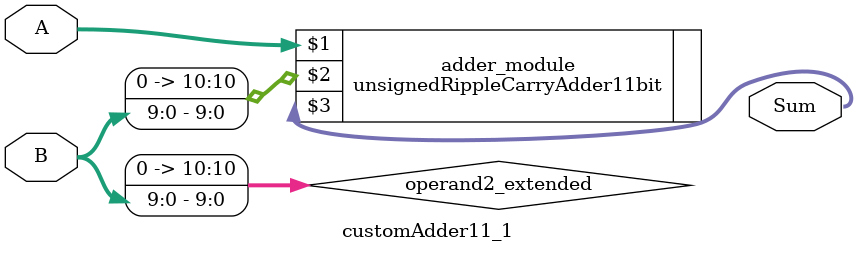
<source format=v>

module customAdder11_1(
                    input [10 : 0] A,
                    input [9 : 0] B,
                    
                    output [11 : 0] Sum
            );

    wire [10 : 0] operand2_extended;
    
    assign operand2_extended =  {1'b0, B};
    
    unsignedRippleCarryAdder11bit adder_module(
        A,
        operand2_extended,
        Sum
    );
    
endmodule
        
</source>
